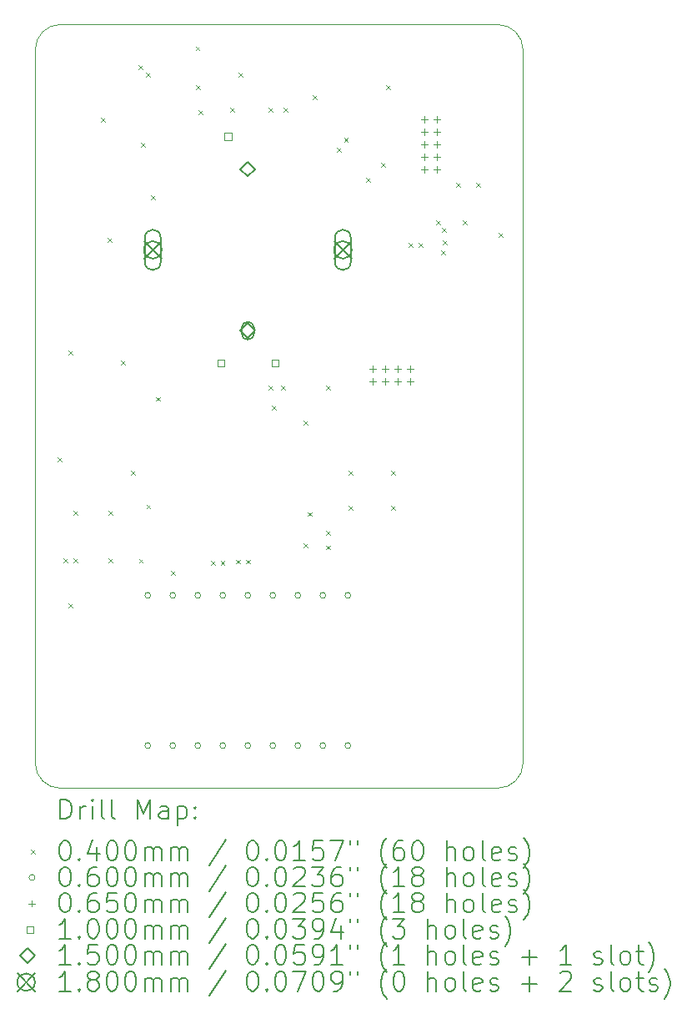
<source format=gbr>
%FSLAX45Y45*%
G04 Gerber Fmt 4.5, Leading zero omitted, Abs format (unit mm)*
G04 Created by KiCad (PCBNEW (6.0.2)) date 2022-04-01 16:02:18*
%MOMM*%
%LPD*%
G01*
G04 APERTURE LIST*
%TA.AperFunction,Profile*%
%ADD10C,0.050000*%
%TD*%
%ADD11C,0.200000*%
%ADD12C,0.040000*%
%ADD13C,0.060000*%
%ADD14C,0.065000*%
%ADD15C,0.100000*%
%ADD16C,0.150000*%
%ADD17C,0.180000*%
G04 APERTURE END LIST*
D10*
X5969000Y-11303000D02*
G75*
G03*
X6223000Y-11557000I254000J0D01*
G01*
X10668000Y-11557000D02*
G75*
G03*
X10922000Y-11303000I0J254000D01*
G01*
X5969000Y-11303000D02*
X5969000Y-4064000D01*
X10668000Y-11557000D02*
X6223000Y-11557000D01*
X10922000Y-4064000D02*
G75*
G03*
X10668000Y-3810000I-254000J0D01*
G01*
X10922000Y-4064000D02*
X10922000Y-11303000D01*
X6223000Y-3810000D02*
G75*
G03*
X5969000Y-4064000I0J-254000D01*
G01*
X6223000Y-3810000D02*
X10668000Y-3810000D01*
D11*
D12*
X6197569Y-8201400D02*
X6237569Y-8241400D01*
X6237569Y-8201400D02*
X6197569Y-8241400D01*
X6255450Y-9225600D02*
X6295450Y-9265600D01*
X6295450Y-9225600D02*
X6255450Y-9265600D01*
X6304170Y-9682370D02*
X6344170Y-9722370D01*
X6344170Y-9682370D02*
X6304170Y-9722370D01*
X6304600Y-7117400D02*
X6344600Y-7157400D01*
X6344600Y-7117400D02*
X6304600Y-7157400D01*
X6355400Y-8743000D02*
X6395400Y-8783000D01*
X6395400Y-8743000D02*
X6355400Y-8783000D01*
X6355400Y-9225600D02*
X6395400Y-9265600D01*
X6395400Y-9225600D02*
X6355400Y-9265600D01*
X6634800Y-4755200D02*
X6674800Y-4795200D01*
X6674800Y-4755200D02*
X6634800Y-4795200D01*
X6702250Y-5974400D02*
X6742250Y-6014400D01*
X6742250Y-5974400D02*
X6702250Y-6014400D01*
X6711000Y-8743000D02*
X6751000Y-8783000D01*
X6751000Y-8743000D02*
X6711000Y-8783000D01*
X6711000Y-9225600D02*
X6751000Y-9265600D01*
X6751000Y-9225600D02*
X6711000Y-9265600D01*
X6838000Y-7219000D02*
X6878000Y-7259000D01*
X6878000Y-7219000D02*
X6838000Y-7259000D01*
X6939600Y-8336600D02*
X6979600Y-8376600D01*
X6979600Y-8336600D02*
X6939600Y-8376600D01*
X7015800Y-4221800D02*
X7055800Y-4261800D01*
X7055800Y-4221800D02*
X7015800Y-4261800D01*
X7021684Y-9231484D02*
X7061684Y-9271484D01*
X7061684Y-9231484D02*
X7021684Y-9271484D01*
X7041200Y-5009200D02*
X7081200Y-5049200D01*
X7081200Y-5009200D02*
X7041200Y-5049200D01*
X7092000Y-4298000D02*
X7132000Y-4338000D01*
X7132000Y-4298000D02*
X7092000Y-4338000D01*
X7099001Y-8680801D02*
X7139001Y-8720801D01*
X7139001Y-8680801D02*
X7099001Y-8720801D01*
X7142800Y-5542600D02*
X7182800Y-5582600D01*
X7182800Y-5542600D02*
X7142800Y-5582600D01*
X7194439Y-7587300D02*
X7234439Y-7627300D01*
X7234439Y-7587300D02*
X7194439Y-7627300D01*
X7346000Y-9356350D02*
X7386000Y-9396350D01*
X7386000Y-9356350D02*
X7346000Y-9396350D01*
X7597000Y-4031380D02*
X7637000Y-4071380D01*
X7637000Y-4031380D02*
X7597000Y-4071380D01*
X7600000Y-4425000D02*
X7640000Y-4465000D01*
X7640000Y-4425000D02*
X7600000Y-4465000D01*
X7625400Y-4679000D02*
X7665400Y-4719000D01*
X7665400Y-4679000D02*
X7625400Y-4719000D01*
X7752400Y-9251000D02*
X7792400Y-9291000D01*
X7792400Y-9251000D02*
X7752400Y-9291000D01*
X7852350Y-9251000D02*
X7892350Y-9291000D01*
X7892350Y-9251000D02*
X7852350Y-9291000D01*
X7949014Y-4653600D02*
X7989014Y-4693600D01*
X7989014Y-4653600D02*
X7949014Y-4693600D01*
X8008050Y-9238948D02*
X8048050Y-9278948D01*
X8048050Y-9238948D02*
X8008050Y-9278948D01*
X8031800Y-4298000D02*
X8071800Y-4338000D01*
X8071800Y-4298000D02*
X8031800Y-4338000D01*
X8108000Y-9238948D02*
X8148000Y-9278948D01*
X8148000Y-9238948D02*
X8108000Y-9278948D01*
X8336600Y-4653600D02*
X8376600Y-4693600D01*
X8376600Y-4653600D02*
X8336600Y-4693600D01*
X8336600Y-7473000D02*
X8376600Y-7513000D01*
X8376600Y-7473000D02*
X8336600Y-7513000D01*
X8374270Y-7679950D02*
X8414270Y-7719950D01*
X8414270Y-7679950D02*
X8374270Y-7719950D01*
X8463600Y-7473000D02*
X8503600Y-7513000D01*
X8503600Y-7473000D02*
X8463600Y-7513000D01*
X8489000Y-4653600D02*
X8529000Y-4693600D01*
X8529000Y-4653600D02*
X8489000Y-4693600D01*
X8692200Y-7828600D02*
X8732200Y-7868600D01*
X8732200Y-7828600D02*
X8692200Y-7868600D01*
X8692200Y-9073200D02*
X8732200Y-9113200D01*
X8732200Y-9073200D02*
X8692200Y-9113200D01*
X8735999Y-8757001D02*
X8775999Y-8797001D01*
X8775999Y-8757001D02*
X8735999Y-8797001D01*
X8786838Y-4527441D02*
X8826838Y-4567441D01*
X8826838Y-4527441D02*
X8786838Y-4567441D01*
X8920800Y-8949950D02*
X8960800Y-8989950D01*
X8960800Y-8949950D02*
X8920800Y-8989950D01*
X8920800Y-9094850D02*
X8960800Y-9134850D01*
X8960800Y-9094850D02*
X8920800Y-9134850D01*
X8921302Y-7473502D02*
X8961302Y-7513502D01*
X8961302Y-7473502D02*
X8921302Y-7513502D01*
X9035425Y-5060000D02*
X9075425Y-5100000D01*
X9075425Y-5060000D02*
X9035425Y-5100000D01*
X9105375Y-4958400D02*
X9145375Y-4998400D01*
X9145375Y-4958400D02*
X9105375Y-4998400D01*
X9149400Y-8336600D02*
X9189400Y-8376600D01*
X9189400Y-8336600D02*
X9149400Y-8376600D01*
X9149400Y-8692200D02*
X9189400Y-8732200D01*
X9189400Y-8692200D02*
X9149400Y-8732200D01*
X9327200Y-5364800D02*
X9367200Y-5404800D01*
X9367200Y-5364800D02*
X9327200Y-5404800D01*
X9480030Y-5212830D02*
X9520030Y-5252830D01*
X9520030Y-5212830D02*
X9480030Y-5252830D01*
X9530400Y-4425000D02*
X9570400Y-4465000D01*
X9570400Y-4425000D02*
X9530400Y-4465000D01*
X9581200Y-8336600D02*
X9621200Y-8376600D01*
X9621200Y-8336600D02*
X9581200Y-8376600D01*
X9581200Y-8692200D02*
X9621200Y-8732200D01*
X9621200Y-8692200D02*
X9581200Y-8732200D01*
X9759000Y-6025200D02*
X9799000Y-6065200D01*
X9799000Y-6025200D02*
X9759000Y-6065200D01*
X9860600Y-6025200D02*
X9900600Y-6065200D01*
X9900600Y-6025200D02*
X9860600Y-6065200D01*
X10038400Y-5796600D02*
X10078400Y-5836600D01*
X10078400Y-5796600D02*
X10038400Y-5836600D01*
X10089200Y-6101400D02*
X10129200Y-6141400D01*
X10129200Y-6101400D02*
X10089200Y-6141400D01*
X10101879Y-5873804D02*
X10141879Y-5913804D01*
X10141879Y-5873804D02*
X10101879Y-5913804D01*
X10106794Y-5998856D02*
X10146794Y-6038856D01*
X10146794Y-5998856D02*
X10106794Y-6038856D01*
X10241170Y-5416030D02*
X10281170Y-5456030D01*
X10281170Y-5416030D02*
X10241170Y-5456030D01*
X10311846Y-5796600D02*
X10351846Y-5836600D01*
X10351846Y-5796600D02*
X10311846Y-5836600D01*
X10445230Y-5415170D02*
X10485230Y-5455170D01*
X10485230Y-5415170D02*
X10445230Y-5455170D01*
X10673400Y-5923600D02*
X10713400Y-5963600D01*
X10713400Y-5923600D02*
X10673400Y-5963600D01*
D13*
X7142000Y-9601200D02*
G75*
G03*
X7142000Y-9601200I-30000J0D01*
G01*
X7142000Y-11125200D02*
G75*
G03*
X7142000Y-11125200I-30000J0D01*
G01*
X7396000Y-9601200D02*
G75*
G03*
X7396000Y-9601200I-30000J0D01*
G01*
X7396000Y-11125200D02*
G75*
G03*
X7396000Y-11125200I-30000J0D01*
G01*
X7650000Y-9601200D02*
G75*
G03*
X7650000Y-9601200I-30000J0D01*
G01*
X7650000Y-11125200D02*
G75*
G03*
X7650000Y-11125200I-30000J0D01*
G01*
X7904000Y-9601200D02*
G75*
G03*
X7904000Y-9601200I-30000J0D01*
G01*
X7904000Y-11125200D02*
G75*
G03*
X7904000Y-11125200I-30000J0D01*
G01*
X8158000Y-9601200D02*
G75*
G03*
X8158000Y-9601200I-30000J0D01*
G01*
X8158000Y-11125200D02*
G75*
G03*
X8158000Y-11125200I-30000J0D01*
G01*
X8412000Y-9601200D02*
G75*
G03*
X8412000Y-9601200I-30000J0D01*
G01*
X8412000Y-11125200D02*
G75*
G03*
X8412000Y-11125200I-30000J0D01*
G01*
X8666000Y-9601200D02*
G75*
G03*
X8666000Y-9601200I-30000J0D01*
G01*
X8666000Y-11125200D02*
G75*
G03*
X8666000Y-11125200I-30000J0D01*
G01*
X8920000Y-9601200D02*
G75*
G03*
X8920000Y-9601200I-30000J0D01*
G01*
X8920000Y-11125200D02*
G75*
G03*
X8920000Y-11125200I-30000J0D01*
G01*
X9174000Y-9601200D02*
G75*
G03*
X9174000Y-9601200I-30000J0D01*
G01*
X9174000Y-11125200D02*
G75*
G03*
X9174000Y-11125200I-30000J0D01*
G01*
D14*
X9398000Y-7269000D02*
X9398000Y-7334000D01*
X9365500Y-7301500D02*
X9430500Y-7301500D01*
X9398000Y-7396000D02*
X9398000Y-7461000D01*
X9365500Y-7428500D02*
X9430500Y-7428500D01*
X9525000Y-7269000D02*
X9525000Y-7334000D01*
X9492500Y-7301500D02*
X9557500Y-7301500D01*
X9525000Y-7396000D02*
X9525000Y-7461000D01*
X9492500Y-7428500D02*
X9557500Y-7428500D01*
X9652000Y-7269000D02*
X9652000Y-7334000D01*
X9619500Y-7301500D02*
X9684500Y-7301500D01*
X9652000Y-7396000D02*
X9652000Y-7461000D01*
X9619500Y-7428500D02*
X9684500Y-7428500D01*
X9779000Y-7269000D02*
X9779000Y-7334000D01*
X9746500Y-7301500D02*
X9811500Y-7301500D01*
X9779000Y-7396000D02*
X9779000Y-7461000D01*
X9746500Y-7428500D02*
X9811500Y-7428500D01*
X9919700Y-4741700D02*
X9919700Y-4806700D01*
X9887200Y-4774200D02*
X9952200Y-4774200D01*
X9919700Y-4868700D02*
X9919700Y-4933700D01*
X9887200Y-4901200D02*
X9952200Y-4901200D01*
X9919700Y-4995700D02*
X9919700Y-5060700D01*
X9887200Y-5028200D02*
X9952200Y-5028200D01*
X9919700Y-5122700D02*
X9919700Y-5187700D01*
X9887200Y-5155200D02*
X9952200Y-5155200D01*
X9919700Y-5249700D02*
X9919700Y-5314700D01*
X9887200Y-5282200D02*
X9952200Y-5282200D01*
X10046700Y-4741700D02*
X10046700Y-4806700D01*
X10014200Y-4774200D02*
X10079200Y-4774200D01*
X10046700Y-4868700D02*
X10046700Y-4933700D01*
X10014200Y-4901200D02*
X10079200Y-4901200D01*
X10046700Y-4995700D02*
X10046700Y-5060700D01*
X10014200Y-5028200D02*
X10079200Y-5028200D01*
X10046700Y-5122700D02*
X10046700Y-5187700D01*
X10014200Y-5155200D02*
X10079200Y-5155200D01*
X10046700Y-5249700D02*
X10046700Y-5314700D01*
X10014200Y-5282200D02*
X10079200Y-5282200D01*
D15*
X7888356Y-7281356D02*
X7888356Y-7210644D01*
X7817644Y-7210644D01*
X7817644Y-7281356D01*
X7888356Y-7281356D01*
X7963356Y-4981356D02*
X7963356Y-4910644D01*
X7892644Y-4910644D01*
X7892644Y-4981356D01*
X7963356Y-4981356D01*
X8438356Y-7281356D02*
X8438356Y-7210644D01*
X8367644Y-7210644D01*
X8367644Y-7281356D01*
X8438356Y-7281356D01*
D16*
X8128000Y-5351000D02*
X8203000Y-5276000D01*
X8128000Y-5201000D01*
X8053000Y-5276000D01*
X8128000Y-5351000D01*
X8128000Y-6991000D02*
X8203000Y-6916000D01*
X8128000Y-6841000D01*
X8053000Y-6916000D01*
X8128000Y-6991000D01*
D11*
X8063000Y-6891000D02*
X8063000Y-6941000D01*
X8193000Y-6891000D02*
X8193000Y-6941000D01*
X8063000Y-6941000D02*
G75*
G03*
X8193000Y-6941000I65000J0D01*
G01*
X8193000Y-6891000D02*
G75*
G03*
X8063000Y-6891000I-65000J0D01*
G01*
D17*
X7073000Y-6006000D02*
X7253000Y-6186000D01*
X7253000Y-6006000D02*
X7073000Y-6186000D01*
X7253000Y-6096000D02*
G75*
G03*
X7253000Y-6096000I-90000J0D01*
G01*
D11*
X7083000Y-5971000D02*
X7083000Y-6221000D01*
X7243000Y-5971000D02*
X7243000Y-6221000D01*
X7083000Y-6221000D02*
G75*
G03*
X7243000Y-6221000I80000J0D01*
G01*
X7243000Y-5971000D02*
G75*
G03*
X7083000Y-5971000I-80000J0D01*
G01*
D17*
X9003000Y-6006000D02*
X9183000Y-6186000D01*
X9183000Y-6006000D02*
X9003000Y-6186000D01*
X9183000Y-6096000D02*
G75*
G03*
X9183000Y-6096000I-90000J0D01*
G01*
D11*
X9013000Y-5971000D02*
X9013000Y-6221000D01*
X9173000Y-5971000D02*
X9173000Y-6221000D01*
X9013000Y-6221000D02*
G75*
G03*
X9173000Y-6221000I80000J0D01*
G01*
X9173000Y-5971000D02*
G75*
G03*
X9013000Y-5971000I-80000J0D01*
G01*
X6224119Y-11869976D02*
X6224119Y-11669976D01*
X6271738Y-11669976D01*
X6300309Y-11679500D01*
X6319357Y-11698548D01*
X6328881Y-11717595D01*
X6338405Y-11755690D01*
X6338405Y-11784262D01*
X6328881Y-11822357D01*
X6319357Y-11841405D01*
X6300309Y-11860452D01*
X6271738Y-11869976D01*
X6224119Y-11869976D01*
X6424119Y-11869976D02*
X6424119Y-11736643D01*
X6424119Y-11774738D02*
X6433643Y-11755690D01*
X6443167Y-11746167D01*
X6462214Y-11736643D01*
X6481262Y-11736643D01*
X6547928Y-11869976D02*
X6547928Y-11736643D01*
X6547928Y-11669976D02*
X6538405Y-11679500D01*
X6547928Y-11689024D01*
X6557452Y-11679500D01*
X6547928Y-11669976D01*
X6547928Y-11689024D01*
X6671738Y-11869976D02*
X6652690Y-11860452D01*
X6643167Y-11841405D01*
X6643167Y-11669976D01*
X6776500Y-11869976D02*
X6757452Y-11860452D01*
X6747928Y-11841405D01*
X6747928Y-11669976D01*
X7005071Y-11869976D02*
X7005071Y-11669976D01*
X7071738Y-11812833D01*
X7138405Y-11669976D01*
X7138405Y-11869976D01*
X7319357Y-11869976D02*
X7319357Y-11765214D01*
X7309833Y-11746167D01*
X7290786Y-11736643D01*
X7252690Y-11736643D01*
X7233643Y-11746167D01*
X7319357Y-11860452D02*
X7300309Y-11869976D01*
X7252690Y-11869976D01*
X7233643Y-11860452D01*
X7224119Y-11841405D01*
X7224119Y-11822357D01*
X7233643Y-11803309D01*
X7252690Y-11793786D01*
X7300309Y-11793786D01*
X7319357Y-11784262D01*
X7414595Y-11736643D02*
X7414595Y-11936643D01*
X7414595Y-11746167D02*
X7433643Y-11736643D01*
X7471738Y-11736643D01*
X7490786Y-11746167D01*
X7500309Y-11755690D01*
X7509833Y-11774738D01*
X7509833Y-11831881D01*
X7500309Y-11850928D01*
X7490786Y-11860452D01*
X7471738Y-11869976D01*
X7433643Y-11869976D01*
X7414595Y-11860452D01*
X7595548Y-11850928D02*
X7605071Y-11860452D01*
X7595548Y-11869976D01*
X7586024Y-11860452D01*
X7595548Y-11850928D01*
X7595548Y-11869976D01*
X7595548Y-11746167D02*
X7605071Y-11755690D01*
X7595548Y-11765214D01*
X7586024Y-11755690D01*
X7595548Y-11746167D01*
X7595548Y-11765214D01*
D12*
X5926500Y-12179500D02*
X5966500Y-12219500D01*
X5966500Y-12179500D02*
X5926500Y-12219500D01*
D11*
X6262214Y-12089976D02*
X6281262Y-12089976D01*
X6300309Y-12099500D01*
X6309833Y-12109024D01*
X6319357Y-12128071D01*
X6328881Y-12166167D01*
X6328881Y-12213786D01*
X6319357Y-12251881D01*
X6309833Y-12270928D01*
X6300309Y-12280452D01*
X6281262Y-12289976D01*
X6262214Y-12289976D01*
X6243167Y-12280452D01*
X6233643Y-12270928D01*
X6224119Y-12251881D01*
X6214595Y-12213786D01*
X6214595Y-12166167D01*
X6224119Y-12128071D01*
X6233643Y-12109024D01*
X6243167Y-12099500D01*
X6262214Y-12089976D01*
X6414595Y-12270928D02*
X6424119Y-12280452D01*
X6414595Y-12289976D01*
X6405071Y-12280452D01*
X6414595Y-12270928D01*
X6414595Y-12289976D01*
X6595548Y-12156643D02*
X6595548Y-12289976D01*
X6547928Y-12080452D02*
X6500309Y-12223309D01*
X6624119Y-12223309D01*
X6738405Y-12089976D02*
X6757452Y-12089976D01*
X6776500Y-12099500D01*
X6786024Y-12109024D01*
X6795548Y-12128071D01*
X6805071Y-12166167D01*
X6805071Y-12213786D01*
X6795548Y-12251881D01*
X6786024Y-12270928D01*
X6776500Y-12280452D01*
X6757452Y-12289976D01*
X6738405Y-12289976D01*
X6719357Y-12280452D01*
X6709833Y-12270928D01*
X6700309Y-12251881D01*
X6690786Y-12213786D01*
X6690786Y-12166167D01*
X6700309Y-12128071D01*
X6709833Y-12109024D01*
X6719357Y-12099500D01*
X6738405Y-12089976D01*
X6928881Y-12089976D02*
X6947928Y-12089976D01*
X6966976Y-12099500D01*
X6976500Y-12109024D01*
X6986024Y-12128071D01*
X6995548Y-12166167D01*
X6995548Y-12213786D01*
X6986024Y-12251881D01*
X6976500Y-12270928D01*
X6966976Y-12280452D01*
X6947928Y-12289976D01*
X6928881Y-12289976D01*
X6909833Y-12280452D01*
X6900309Y-12270928D01*
X6890786Y-12251881D01*
X6881262Y-12213786D01*
X6881262Y-12166167D01*
X6890786Y-12128071D01*
X6900309Y-12109024D01*
X6909833Y-12099500D01*
X6928881Y-12089976D01*
X7081262Y-12289976D02*
X7081262Y-12156643D01*
X7081262Y-12175690D02*
X7090786Y-12166167D01*
X7109833Y-12156643D01*
X7138405Y-12156643D01*
X7157452Y-12166167D01*
X7166976Y-12185214D01*
X7166976Y-12289976D01*
X7166976Y-12185214D02*
X7176500Y-12166167D01*
X7195548Y-12156643D01*
X7224119Y-12156643D01*
X7243167Y-12166167D01*
X7252690Y-12185214D01*
X7252690Y-12289976D01*
X7347928Y-12289976D02*
X7347928Y-12156643D01*
X7347928Y-12175690D02*
X7357452Y-12166167D01*
X7376500Y-12156643D01*
X7405071Y-12156643D01*
X7424119Y-12166167D01*
X7433643Y-12185214D01*
X7433643Y-12289976D01*
X7433643Y-12185214D02*
X7443167Y-12166167D01*
X7462214Y-12156643D01*
X7490786Y-12156643D01*
X7509833Y-12166167D01*
X7519357Y-12185214D01*
X7519357Y-12289976D01*
X7909833Y-12080452D02*
X7738405Y-12337595D01*
X8166976Y-12089976D02*
X8186024Y-12089976D01*
X8205071Y-12099500D01*
X8214595Y-12109024D01*
X8224119Y-12128071D01*
X8233643Y-12166167D01*
X8233643Y-12213786D01*
X8224119Y-12251881D01*
X8214595Y-12270928D01*
X8205071Y-12280452D01*
X8186024Y-12289976D01*
X8166976Y-12289976D01*
X8147928Y-12280452D01*
X8138405Y-12270928D01*
X8128881Y-12251881D01*
X8119357Y-12213786D01*
X8119357Y-12166167D01*
X8128881Y-12128071D01*
X8138405Y-12109024D01*
X8147928Y-12099500D01*
X8166976Y-12089976D01*
X8319357Y-12270928D02*
X8328881Y-12280452D01*
X8319357Y-12289976D01*
X8309833Y-12280452D01*
X8319357Y-12270928D01*
X8319357Y-12289976D01*
X8452690Y-12089976D02*
X8471738Y-12089976D01*
X8490786Y-12099500D01*
X8500310Y-12109024D01*
X8509833Y-12128071D01*
X8519357Y-12166167D01*
X8519357Y-12213786D01*
X8509833Y-12251881D01*
X8500310Y-12270928D01*
X8490786Y-12280452D01*
X8471738Y-12289976D01*
X8452690Y-12289976D01*
X8433643Y-12280452D01*
X8424119Y-12270928D01*
X8414595Y-12251881D01*
X8405071Y-12213786D01*
X8405071Y-12166167D01*
X8414595Y-12128071D01*
X8424119Y-12109024D01*
X8433643Y-12099500D01*
X8452690Y-12089976D01*
X8709833Y-12289976D02*
X8595548Y-12289976D01*
X8652690Y-12289976D02*
X8652690Y-12089976D01*
X8633643Y-12118548D01*
X8614595Y-12137595D01*
X8595548Y-12147119D01*
X8890786Y-12089976D02*
X8795548Y-12089976D01*
X8786024Y-12185214D01*
X8795548Y-12175690D01*
X8814595Y-12166167D01*
X8862214Y-12166167D01*
X8881262Y-12175690D01*
X8890786Y-12185214D01*
X8900310Y-12204262D01*
X8900310Y-12251881D01*
X8890786Y-12270928D01*
X8881262Y-12280452D01*
X8862214Y-12289976D01*
X8814595Y-12289976D01*
X8795548Y-12280452D01*
X8786024Y-12270928D01*
X8966976Y-12089976D02*
X9100310Y-12089976D01*
X9014595Y-12289976D01*
X9166976Y-12089976D02*
X9166976Y-12128071D01*
X9243167Y-12089976D02*
X9243167Y-12128071D01*
X9538405Y-12366167D02*
X9528881Y-12356643D01*
X9509833Y-12328071D01*
X9500310Y-12309024D01*
X9490786Y-12280452D01*
X9481262Y-12232833D01*
X9481262Y-12194738D01*
X9490786Y-12147119D01*
X9500310Y-12118548D01*
X9509833Y-12099500D01*
X9528881Y-12070928D01*
X9538405Y-12061405D01*
X9700310Y-12089976D02*
X9662214Y-12089976D01*
X9643167Y-12099500D01*
X9633643Y-12109024D01*
X9614595Y-12137595D01*
X9605071Y-12175690D01*
X9605071Y-12251881D01*
X9614595Y-12270928D01*
X9624119Y-12280452D01*
X9643167Y-12289976D01*
X9681262Y-12289976D01*
X9700310Y-12280452D01*
X9709833Y-12270928D01*
X9719357Y-12251881D01*
X9719357Y-12204262D01*
X9709833Y-12185214D01*
X9700310Y-12175690D01*
X9681262Y-12166167D01*
X9643167Y-12166167D01*
X9624119Y-12175690D01*
X9614595Y-12185214D01*
X9605071Y-12204262D01*
X9843167Y-12089976D02*
X9862214Y-12089976D01*
X9881262Y-12099500D01*
X9890786Y-12109024D01*
X9900310Y-12128071D01*
X9909833Y-12166167D01*
X9909833Y-12213786D01*
X9900310Y-12251881D01*
X9890786Y-12270928D01*
X9881262Y-12280452D01*
X9862214Y-12289976D01*
X9843167Y-12289976D01*
X9824119Y-12280452D01*
X9814595Y-12270928D01*
X9805071Y-12251881D01*
X9795548Y-12213786D01*
X9795548Y-12166167D01*
X9805071Y-12128071D01*
X9814595Y-12109024D01*
X9824119Y-12099500D01*
X9843167Y-12089976D01*
X10147929Y-12289976D02*
X10147929Y-12089976D01*
X10233643Y-12289976D02*
X10233643Y-12185214D01*
X10224119Y-12166167D01*
X10205071Y-12156643D01*
X10176500Y-12156643D01*
X10157452Y-12166167D01*
X10147929Y-12175690D01*
X10357452Y-12289976D02*
X10338405Y-12280452D01*
X10328881Y-12270928D01*
X10319357Y-12251881D01*
X10319357Y-12194738D01*
X10328881Y-12175690D01*
X10338405Y-12166167D01*
X10357452Y-12156643D01*
X10386024Y-12156643D01*
X10405071Y-12166167D01*
X10414595Y-12175690D01*
X10424119Y-12194738D01*
X10424119Y-12251881D01*
X10414595Y-12270928D01*
X10405071Y-12280452D01*
X10386024Y-12289976D01*
X10357452Y-12289976D01*
X10538405Y-12289976D02*
X10519357Y-12280452D01*
X10509833Y-12261405D01*
X10509833Y-12089976D01*
X10690786Y-12280452D02*
X10671738Y-12289976D01*
X10633643Y-12289976D01*
X10614595Y-12280452D01*
X10605071Y-12261405D01*
X10605071Y-12185214D01*
X10614595Y-12166167D01*
X10633643Y-12156643D01*
X10671738Y-12156643D01*
X10690786Y-12166167D01*
X10700310Y-12185214D01*
X10700310Y-12204262D01*
X10605071Y-12223309D01*
X10776500Y-12280452D02*
X10795548Y-12289976D01*
X10833643Y-12289976D01*
X10852690Y-12280452D01*
X10862214Y-12261405D01*
X10862214Y-12251881D01*
X10852690Y-12232833D01*
X10833643Y-12223309D01*
X10805071Y-12223309D01*
X10786024Y-12213786D01*
X10776500Y-12194738D01*
X10776500Y-12185214D01*
X10786024Y-12166167D01*
X10805071Y-12156643D01*
X10833643Y-12156643D01*
X10852690Y-12166167D01*
X10928881Y-12366167D02*
X10938405Y-12356643D01*
X10957452Y-12328071D01*
X10966976Y-12309024D01*
X10976500Y-12280452D01*
X10986024Y-12232833D01*
X10986024Y-12194738D01*
X10976500Y-12147119D01*
X10966976Y-12118548D01*
X10957452Y-12099500D01*
X10938405Y-12070928D01*
X10928881Y-12061405D01*
D13*
X5966500Y-12463500D02*
G75*
G03*
X5966500Y-12463500I-30000J0D01*
G01*
D11*
X6262214Y-12353976D02*
X6281262Y-12353976D01*
X6300309Y-12363500D01*
X6309833Y-12373024D01*
X6319357Y-12392071D01*
X6328881Y-12430167D01*
X6328881Y-12477786D01*
X6319357Y-12515881D01*
X6309833Y-12534928D01*
X6300309Y-12544452D01*
X6281262Y-12553976D01*
X6262214Y-12553976D01*
X6243167Y-12544452D01*
X6233643Y-12534928D01*
X6224119Y-12515881D01*
X6214595Y-12477786D01*
X6214595Y-12430167D01*
X6224119Y-12392071D01*
X6233643Y-12373024D01*
X6243167Y-12363500D01*
X6262214Y-12353976D01*
X6414595Y-12534928D02*
X6424119Y-12544452D01*
X6414595Y-12553976D01*
X6405071Y-12544452D01*
X6414595Y-12534928D01*
X6414595Y-12553976D01*
X6595548Y-12353976D02*
X6557452Y-12353976D01*
X6538405Y-12363500D01*
X6528881Y-12373024D01*
X6509833Y-12401595D01*
X6500309Y-12439690D01*
X6500309Y-12515881D01*
X6509833Y-12534928D01*
X6519357Y-12544452D01*
X6538405Y-12553976D01*
X6576500Y-12553976D01*
X6595548Y-12544452D01*
X6605071Y-12534928D01*
X6614595Y-12515881D01*
X6614595Y-12468262D01*
X6605071Y-12449214D01*
X6595548Y-12439690D01*
X6576500Y-12430167D01*
X6538405Y-12430167D01*
X6519357Y-12439690D01*
X6509833Y-12449214D01*
X6500309Y-12468262D01*
X6738405Y-12353976D02*
X6757452Y-12353976D01*
X6776500Y-12363500D01*
X6786024Y-12373024D01*
X6795548Y-12392071D01*
X6805071Y-12430167D01*
X6805071Y-12477786D01*
X6795548Y-12515881D01*
X6786024Y-12534928D01*
X6776500Y-12544452D01*
X6757452Y-12553976D01*
X6738405Y-12553976D01*
X6719357Y-12544452D01*
X6709833Y-12534928D01*
X6700309Y-12515881D01*
X6690786Y-12477786D01*
X6690786Y-12430167D01*
X6700309Y-12392071D01*
X6709833Y-12373024D01*
X6719357Y-12363500D01*
X6738405Y-12353976D01*
X6928881Y-12353976D02*
X6947928Y-12353976D01*
X6966976Y-12363500D01*
X6976500Y-12373024D01*
X6986024Y-12392071D01*
X6995548Y-12430167D01*
X6995548Y-12477786D01*
X6986024Y-12515881D01*
X6976500Y-12534928D01*
X6966976Y-12544452D01*
X6947928Y-12553976D01*
X6928881Y-12553976D01*
X6909833Y-12544452D01*
X6900309Y-12534928D01*
X6890786Y-12515881D01*
X6881262Y-12477786D01*
X6881262Y-12430167D01*
X6890786Y-12392071D01*
X6900309Y-12373024D01*
X6909833Y-12363500D01*
X6928881Y-12353976D01*
X7081262Y-12553976D02*
X7081262Y-12420643D01*
X7081262Y-12439690D02*
X7090786Y-12430167D01*
X7109833Y-12420643D01*
X7138405Y-12420643D01*
X7157452Y-12430167D01*
X7166976Y-12449214D01*
X7166976Y-12553976D01*
X7166976Y-12449214D02*
X7176500Y-12430167D01*
X7195548Y-12420643D01*
X7224119Y-12420643D01*
X7243167Y-12430167D01*
X7252690Y-12449214D01*
X7252690Y-12553976D01*
X7347928Y-12553976D02*
X7347928Y-12420643D01*
X7347928Y-12439690D02*
X7357452Y-12430167D01*
X7376500Y-12420643D01*
X7405071Y-12420643D01*
X7424119Y-12430167D01*
X7433643Y-12449214D01*
X7433643Y-12553976D01*
X7433643Y-12449214D02*
X7443167Y-12430167D01*
X7462214Y-12420643D01*
X7490786Y-12420643D01*
X7509833Y-12430167D01*
X7519357Y-12449214D01*
X7519357Y-12553976D01*
X7909833Y-12344452D02*
X7738405Y-12601595D01*
X8166976Y-12353976D02*
X8186024Y-12353976D01*
X8205071Y-12363500D01*
X8214595Y-12373024D01*
X8224119Y-12392071D01*
X8233643Y-12430167D01*
X8233643Y-12477786D01*
X8224119Y-12515881D01*
X8214595Y-12534928D01*
X8205071Y-12544452D01*
X8186024Y-12553976D01*
X8166976Y-12553976D01*
X8147928Y-12544452D01*
X8138405Y-12534928D01*
X8128881Y-12515881D01*
X8119357Y-12477786D01*
X8119357Y-12430167D01*
X8128881Y-12392071D01*
X8138405Y-12373024D01*
X8147928Y-12363500D01*
X8166976Y-12353976D01*
X8319357Y-12534928D02*
X8328881Y-12544452D01*
X8319357Y-12553976D01*
X8309833Y-12544452D01*
X8319357Y-12534928D01*
X8319357Y-12553976D01*
X8452690Y-12353976D02*
X8471738Y-12353976D01*
X8490786Y-12363500D01*
X8500310Y-12373024D01*
X8509833Y-12392071D01*
X8519357Y-12430167D01*
X8519357Y-12477786D01*
X8509833Y-12515881D01*
X8500310Y-12534928D01*
X8490786Y-12544452D01*
X8471738Y-12553976D01*
X8452690Y-12553976D01*
X8433643Y-12544452D01*
X8424119Y-12534928D01*
X8414595Y-12515881D01*
X8405071Y-12477786D01*
X8405071Y-12430167D01*
X8414595Y-12392071D01*
X8424119Y-12373024D01*
X8433643Y-12363500D01*
X8452690Y-12353976D01*
X8595548Y-12373024D02*
X8605071Y-12363500D01*
X8624119Y-12353976D01*
X8671738Y-12353976D01*
X8690786Y-12363500D01*
X8700310Y-12373024D01*
X8709833Y-12392071D01*
X8709833Y-12411119D01*
X8700310Y-12439690D01*
X8586024Y-12553976D01*
X8709833Y-12553976D01*
X8776500Y-12353976D02*
X8900310Y-12353976D01*
X8833643Y-12430167D01*
X8862214Y-12430167D01*
X8881262Y-12439690D01*
X8890786Y-12449214D01*
X8900310Y-12468262D01*
X8900310Y-12515881D01*
X8890786Y-12534928D01*
X8881262Y-12544452D01*
X8862214Y-12553976D01*
X8805071Y-12553976D01*
X8786024Y-12544452D01*
X8776500Y-12534928D01*
X9071738Y-12353976D02*
X9033643Y-12353976D01*
X9014595Y-12363500D01*
X9005071Y-12373024D01*
X8986024Y-12401595D01*
X8976500Y-12439690D01*
X8976500Y-12515881D01*
X8986024Y-12534928D01*
X8995548Y-12544452D01*
X9014595Y-12553976D01*
X9052690Y-12553976D01*
X9071738Y-12544452D01*
X9081262Y-12534928D01*
X9090786Y-12515881D01*
X9090786Y-12468262D01*
X9081262Y-12449214D01*
X9071738Y-12439690D01*
X9052690Y-12430167D01*
X9014595Y-12430167D01*
X8995548Y-12439690D01*
X8986024Y-12449214D01*
X8976500Y-12468262D01*
X9166976Y-12353976D02*
X9166976Y-12392071D01*
X9243167Y-12353976D02*
X9243167Y-12392071D01*
X9538405Y-12630167D02*
X9528881Y-12620643D01*
X9509833Y-12592071D01*
X9500310Y-12573024D01*
X9490786Y-12544452D01*
X9481262Y-12496833D01*
X9481262Y-12458738D01*
X9490786Y-12411119D01*
X9500310Y-12382548D01*
X9509833Y-12363500D01*
X9528881Y-12334928D01*
X9538405Y-12325405D01*
X9719357Y-12553976D02*
X9605071Y-12553976D01*
X9662214Y-12553976D02*
X9662214Y-12353976D01*
X9643167Y-12382548D01*
X9624119Y-12401595D01*
X9605071Y-12411119D01*
X9833643Y-12439690D02*
X9814595Y-12430167D01*
X9805071Y-12420643D01*
X9795548Y-12401595D01*
X9795548Y-12392071D01*
X9805071Y-12373024D01*
X9814595Y-12363500D01*
X9833643Y-12353976D01*
X9871738Y-12353976D01*
X9890786Y-12363500D01*
X9900310Y-12373024D01*
X9909833Y-12392071D01*
X9909833Y-12401595D01*
X9900310Y-12420643D01*
X9890786Y-12430167D01*
X9871738Y-12439690D01*
X9833643Y-12439690D01*
X9814595Y-12449214D01*
X9805071Y-12458738D01*
X9795548Y-12477786D01*
X9795548Y-12515881D01*
X9805071Y-12534928D01*
X9814595Y-12544452D01*
X9833643Y-12553976D01*
X9871738Y-12553976D01*
X9890786Y-12544452D01*
X9900310Y-12534928D01*
X9909833Y-12515881D01*
X9909833Y-12477786D01*
X9900310Y-12458738D01*
X9890786Y-12449214D01*
X9871738Y-12439690D01*
X10147929Y-12553976D02*
X10147929Y-12353976D01*
X10233643Y-12553976D02*
X10233643Y-12449214D01*
X10224119Y-12430167D01*
X10205071Y-12420643D01*
X10176500Y-12420643D01*
X10157452Y-12430167D01*
X10147929Y-12439690D01*
X10357452Y-12553976D02*
X10338405Y-12544452D01*
X10328881Y-12534928D01*
X10319357Y-12515881D01*
X10319357Y-12458738D01*
X10328881Y-12439690D01*
X10338405Y-12430167D01*
X10357452Y-12420643D01*
X10386024Y-12420643D01*
X10405071Y-12430167D01*
X10414595Y-12439690D01*
X10424119Y-12458738D01*
X10424119Y-12515881D01*
X10414595Y-12534928D01*
X10405071Y-12544452D01*
X10386024Y-12553976D01*
X10357452Y-12553976D01*
X10538405Y-12553976D02*
X10519357Y-12544452D01*
X10509833Y-12525405D01*
X10509833Y-12353976D01*
X10690786Y-12544452D02*
X10671738Y-12553976D01*
X10633643Y-12553976D01*
X10614595Y-12544452D01*
X10605071Y-12525405D01*
X10605071Y-12449214D01*
X10614595Y-12430167D01*
X10633643Y-12420643D01*
X10671738Y-12420643D01*
X10690786Y-12430167D01*
X10700310Y-12449214D01*
X10700310Y-12468262D01*
X10605071Y-12487309D01*
X10776500Y-12544452D02*
X10795548Y-12553976D01*
X10833643Y-12553976D01*
X10852690Y-12544452D01*
X10862214Y-12525405D01*
X10862214Y-12515881D01*
X10852690Y-12496833D01*
X10833643Y-12487309D01*
X10805071Y-12487309D01*
X10786024Y-12477786D01*
X10776500Y-12458738D01*
X10776500Y-12449214D01*
X10786024Y-12430167D01*
X10805071Y-12420643D01*
X10833643Y-12420643D01*
X10852690Y-12430167D01*
X10928881Y-12630167D02*
X10938405Y-12620643D01*
X10957452Y-12592071D01*
X10966976Y-12573024D01*
X10976500Y-12544452D01*
X10986024Y-12496833D01*
X10986024Y-12458738D01*
X10976500Y-12411119D01*
X10966976Y-12382548D01*
X10957452Y-12363500D01*
X10938405Y-12334928D01*
X10928881Y-12325405D01*
D14*
X5934000Y-12695000D02*
X5934000Y-12760000D01*
X5901500Y-12727500D02*
X5966500Y-12727500D01*
D11*
X6262214Y-12617976D02*
X6281262Y-12617976D01*
X6300309Y-12627500D01*
X6309833Y-12637024D01*
X6319357Y-12656071D01*
X6328881Y-12694167D01*
X6328881Y-12741786D01*
X6319357Y-12779881D01*
X6309833Y-12798928D01*
X6300309Y-12808452D01*
X6281262Y-12817976D01*
X6262214Y-12817976D01*
X6243167Y-12808452D01*
X6233643Y-12798928D01*
X6224119Y-12779881D01*
X6214595Y-12741786D01*
X6214595Y-12694167D01*
X6224119Y-12656071D01*
X6233643Y-12637024D01*
X6243167Y-12627500D01*
X6262214Y-12617976D01*
X6414595Y-12798928D02*
X6424119Y-12808452D01*
X6414595Y-12817976D01*
X6405071Y-12808452D01*
X6414595Y-12798928D01*
X6414595Y-12817976D01*
X6595548Y-12617976D02*
X6557452Y-12617976D01*
X6538405Y-12627500D01*
X6528881Y-12637024D01*
X6509833Y-12665595D01*
X6500309Y-12703690D01*
X6500309Y-12779881D01*
X6509833Y-12798928D01*
X6519357Y-12808452D01*
X6538405Y-12817976D01*
X6576500Y-12817976D01*
X6595548Y-12808452D01*
X6605071Y-12798928D01*
X6614595Y-12779881D01*
X6614595Y-12732262D01*
X6605071Y-12713214D01*
X6595548Y-12703690D01*
X6576500Y-12694167D01*
X6538405Y-12694167D01*
X6519357Y-12703690D01*
X6509833Y-12713214D01*
X6500309Y-12732262D01*
X6795548Y-12617976D02*
X6700309Y-12617976D01*
X6690786Y-12713214D01*
X6700309Y-12703690D01*
X6719357Y-12694167D01*
X6766976Y-12694167D01*
X6786024Y-12703690D01*
X6795548Y-12713214D01*
X6805071Y-12732262D01*
X6805071Y-12779881D01*
X6795548Y-12798928D01*
X6786024Y-12808452D01*
X6766976Y-12817976D01*
X6719357Y-12817976D01*
X6700309Y-12808452D01*
X6690786Y-12798928D01*
X6928881Y-12617976D02*
X6947928Y-12617976D01*
X6966976Y-12627500D01*
X6976500Y-12637024D01*
X6986024Y-12656071D01*
X6995548Y-12694167D01*
X6995548Y-12741786D01*
X6986024Y-12779881D01*
X6976500Y-12798928D01*
X6966976Y-12808452D01*
X6947928Y-12817976D01*
X6928881Y-12817976D01*
X6909833Y-12808452D01*
X6900309Y-12798928D01*
X6890786Y-12779881D01*
X6881262Y-12741786D01*
X6881262Y-12694167D01*
X6890786Y-12656071D01*
X6900309Y-12637024D01*
X6909833Y-12627500D01*
X6928881Y-12617976D01*
X7081262Y-12817976D02*
X7081262Y-12684643D01*
X7081262Y-12703690D02*
X7090786Y-12694167D01*
X7109833Y-12684643D01*
X7138405Y-12684643D01*
X7157452Y-12694167D01*
X7166976Y-12713214D01*
X7166976Y-12817976D01*
X7166976Y-12713214D02*
X7176500Y-12694167D01*
X7195548Y-12684643D01*
X7224119Y-12684643D01*
X7243167Y-12694167D01*
X7252690Y-12713214D01*
X7252690Y-12817976D01*
X7347928Y-12817976D02*
X7347928Y-12684643D01*
X7347928Y-12703690D02*
X7357452Y-12694167D01*
X7376500Y-12684643D01*
X7405071Y-12684643D01*
X7424119Y-12694167D01*
X7433643Y-12713214D01*
X7433643Y-12817976D01*
X7433643Y-12713214D02*
X7443167Y-12694167D01*
X7462214Y-12684643D01*
X7490786Y-12684643D01*
X7509833Y-12694167D01*
X7519357Y-12713214D01*
X7519357Y-12817976D01*
X7909833Y-12608452D02*
X7738405Y-12865595D01*
X8166976Y-12617976D02*
X8186024Y-12617976D01*
X8205071Y-12627500D01*
X8214595Y-12637024D01*
X8224119Y-12656071D01*
X8233643Y-12694167D01*
X8233643Y-12741786D01*
X8224119Y-12779881D01*
X8214595Y-12798928D01*
X8205071Y-12808452D01*
X8186024Y-12817976D01*
X8166976Y-12817976D01*
X8147928Y-12808452D01*
X8138405Y-12798928D01*
X8128881Y-12779881D01*
X8119357Y-12741786D01*
X8119357Y-12694167D01*
X8128881Y-12656071D01*
X8138405Y-12637024D01*
X8147928Y-12627500D01*
X8166976Y-12617976D01*
X8319357Y-12798928D02*
X8328881Y-12808452D01*
X8319357Y-12817976D01*
X8309833Y-12808452D01*
X8319357Y-12798928D01*
X8319357Y-12817976D01*
X8452690Y-12617976D02*
X8471738Y-12617976D01*
X8490786Y-12627500D01*
X8500310Y-12637024D01*
X8509833Y-12656071D01*
X8519357Y-12694167D01*
X8519357Y-12741786D01*
X8509833Y-12779881D01*
X8500310Y-12798928D01*
X8490786Y-12808452D01*
X8471738Y-12817976D01*
X8452690Y-12817976D01*
X8433643Y-12808452D01*
X8424119Y-12798928D01*
X8414595Y-12779881D01*
X8405071Y-12741786D01*
X8405071Y-12694167D01*
X8414595Y-12656071D01*
X8424119Y-12637024D01*
X8433643Y-12627500D01*
X8452690Y-12617976D01*
X8595548Y-12637024D02*
X8605071Y-12627500D01*
X8624119Y-12617976D01*
X8671738Y-12617976D01*
X8690786Y-12627500D01*
X8700310Y-12637024D01*
X8709833Y-12656071D01*
X8709833Y-12675119D01*
X8700310Y-12703690D01*
X8586024Y-12817976D01*
X8709833Y-12817976D01*
X8890786Y-12617976D02*
X8795548Y-12617976D01*
X8786024Y-12713214D01*
X8795548Y-12703690D01*
X8814595Y-12694167D01*
X8862214Y-12694167D01*
X8881262Y-12703690D01*
X8890786Y-12713214D01*
X8900310Y-12732262D01*
X8900310Y-12779881D01*
X8890786Y-12798928D01*
X8881262Y-12808452D01*
X8862214Y-12817976D01*
X8814595Y-12817976D01*
X8795548Y-12808452D01*
X8786024Y-12798928D01*
X9071738Y-12617976D02*
X9033643Y-12617976D01*
X9014595Y-12627500D01*
X9005071Y-12637024D01*
X8986024Y-12665595D01*
X8976500Y-12703690D01*
X8976500Y-12779881D01*
X8986024Y-12798928D01*
X8995548Y-12808452D01*
X9014595Y-12817976D01*
X9052690Y-12817976D01*
X9071738Y-12808452D01*
X9081262Y-12798928D01*
X9090786Y-12779881D01*
X9090786Y-12732262D01*
X9081262Y-12713214D01*
X9071738Y-12703690D01*
X9052690Y-12694167D01*
X9014595Y-12694167D01*
X8995548Y-12703690D01*
X8986024Y-12713214D01*
X8976500Y-12732262D01*
X9166976Y-12617976D02*
X9166976Y-12656071D01*
X9243167Y-12617976D02*
X9243167Y-12656071D01*
X9538405Y-12894167D02*
X9528881Y-12884643D01*
X9509833Y-12856071D01*
X9500310Y-12837024D01*
X9490786Y-12808452D01*
X9481262Y-12760833D01*
X9481262Y-12722738D01*
X9490786Y-12675119D01*
X9500310Y-12646548D01*
X9509833Y-12627500D01*
X9528881Y-12598928D01*
X9538405Y-12589405D01*
X9719357Y-12817976D02*
X9605071Y-12817976D01*
X9662214Y-12817976D02*
X9662214Y-12617976D01*
X9643167Y-12646548D01*
X9624119Y-12665595D01*
X9605071Y-12675119D01*
X9833643Y-12703690D02*
X9814595Y-12694167D01*
X9805071Y-12684643D01*
X9795548Y-12665595D01*
X9795548Y-12656071D01*
X9805071Y-12637024D01*
X9814595Y-12627500D01*
X9833643Y-12617976D01*
X9871738Y-12617976D01*
X9890786Y-12627500D01*
X9900310Y-12637024D01*
X9909833Y-12656071D01*
X9909833Y-12665595D01*
X9900310Y-12684643D01*
X9890786Y-12694167D01*
X9871738Y-12703690D01*
X9833643Y-12703690D01*
X9814595Y-12713214D01*
X9805071Y-12722738D01*
X9795548Y-12741786D01*
X9795548Y-12779881D01*
X9805071Y-12798928D01*
X9814595Y-12808452D01*
X9833643Y-12817976D01*
X9871738Y-12817976D01*
X9890786Y-12808452D01*
X9900310Y-12798928D01*
X9909833Y-12779881D01*
X9909833Y-12741786D01*
X9900310Y-12722738D01*
X9890786Y-12713214D01*
X9871738Y-12703690D01*
X10147929Y-12817976D02*
X10147929Y-12617976D01*
X10233643Y-12817976D02*
X10233643Y-12713214D01*
X10224119Y-12694167D01*
X10205071Y-12684643D01*
X10176500Y-12684643D01*
X10157452Y-12694167D01*
X10147929Y-12703690D01*
X10357452Y-12817976D02*
X10338405Y-12808452D01*
X10328881Y-12798928D01*
X10319357Y-12779881D01*
X10319357Y-12722738D01*
X10328881Y-12703690D01*
X10338405Y-12694167D01*
X10357452Y-12684643D01*
X10386024Y-12684643D01*
X10405071Y-12694167D01*
X10414595Y-12703690D01*
X10424119Y-12722738D01*
X10424119Y-12779881D01*
X10414595Y-12798928D01*
X10405071Y-12808452D01*
X10386024Y-12817976D01*
X10357452Y-12817976D01*
X10538405Y-12817976D02*
X10519357Y-12808452D01*
X10509833Y-12789405D01*
X10509833Y-12617976D01*
X10690786Y-12808452D02*
X10671738Y-12817976D01*
X10633643Y-12817976D01*
X10614595Y-12808452D01*
X10605071Y-12789405D01*
X10605071Y-12713214D01*
X10614595Y-12694167D01*
X10633643Y-12684643D01*
X10671738Y-12684643D01*
X10690786Y-12694167D01*
X10700310Y-12713214D01*
X10700310Y-12732262D01*
X10605071Y-12751309D01*
X10776500Y-12808452D02*
X10795548Y-12817976D01*
X10833643Y-12817976D01*
X10852690Y-12808452D01*
X10862214Y-12789405D01*
X10862214Y-12779881D01*
X10852690Y-12760833D01*
X10833643Y-12751309D01*
X10805071Y-12751309D01*
X10786024Y-12741786D01*
X10776500Y-12722738D01*
X10776500Y-12713214D01*
X10786024Y-12694167D01*
X10805071Y-12684643D01*
X10833643Y-12684643D01*
X10852690Y-12694167D01*
X10928881Y-12894167D02*
X10938405Y-12884643D01*
X10957452Y-12856071D01*
X10966976Y-12837024D01*
X10976500Y-12808452D01*
X10986024Y-12760833D01*
X10986024Y-12722738D01*
X10976500Y-12675119D01*
X10966976Y-12646548D01*
X10957452Y-12627500D01*
X10938405Y-12598928D01*
X10928881Y-12589405D01*
D15*
X5951856Y-13026856D02*
X5951856Y-12956144D01*
X5881144Y-12956144D01*
X5881144Y-13026856D01*
X5951856Y-13026856D01*
D11*
X6328881Y-13081976D02*
X6214595Y-13081976D01*
X6271738Y-13081976D02*
X6271738Y-12881976D01*
X6252690Y-12910548D01*
X6233643Y-12929595D01*
X6214595Y-12939119D01*
X6414595Y-13062928D02*
X6424119Y-13072452D01*
X6414595Y-13081976D01*
X6405071Y-13072452D01*
X6414595Y-13062928D01*
X6414595Y-13081976D01*
X6547928Y-12881976D02*
X6566976Y-12881976D01*
X6586024Y-12891500D01*
X6595548Y-12901024D01*
X6605071Y-12920071D01*
X6614595Y-12958167D01*
X6614595Y-13005786D01*
X6605071Y-13043881D01*
X6595548Y-13062928D01*
X6586024Y-13072452D01*
X6566976Y-13081976D01*
X6547928Y-13081976D01*
X6528881Y-13072452D01*
X6519357Y-13062928D01*
X6509833Y-13043881D01*
X6500309Y-13005786D01*
X6500309Y-12958167D01*
X6509833Y-12920071D01*
X6519357Y-12901024D01*
X6528881Y-12891500D01*
X6547928Y-12881976D01*
X6738405Y-12881976D02*
X6757452Y-12881976D01*
X6776500Y-12891500D01*
X6786024Y-12901024D01*
X6795548Y-12920071D01*
X6805071Y-12958167D01*
X6805071Y-13005786D01*
X6795548Y-13043881D01*
X6786024Y-13062928D01*
X6776500Y-13072452D01*
X6757452Y-13081976D01*
X6738405Y-13081976D01*
X6719357Y-13072452D01*
X6709833Y-13062928D01*
X6700309Y-13043881D01*
X6690786Y-13005786D01*
X6690786Y-12958167D01*
X6700309Y-12920071D01*
X6709833Y-12901024D01*
X6719357Y-12891500D01*
X6738405Y-12881976D01*
X6928881Y-12881976D02*
X6947928Y-12881976D01*
X6966976Y-12891500D01*
X6976500Y-12901024D01*
X6986024Y-12920071D01*
X6995548Y-12958167D01*
X6995548Y-13005786D01*
X6986024Y-13043881D01*
X6976500Y-13062928D01*
X6966976Y-13072452D01*
X6947928Y-13081976D01*
X6928881Y-13081976D01*
X6909833Y-13072452D01*
X6900309Y-13062928D01*
X6890786Y-13043881D01*
X6881262Y-13005786D01*
X6881262Y-12958167D01*
X6890786Y-12920071D01*
X6900309Y-12901024D01*
X6909833Y-12891500D01*
X6928881Y-12881976D01*
X7081262Y-13081976D02*
X7081262Y-12948643D01*
X7081262Y-12967690D02*
X7090786Y-12958167D01*
X7109833Y-12948643D01*
X7138405Y-12948643D01*
X7157452Y-12958167D01*
X7166976Y-12977214D01*
X7166976Y-13081976D01*
X7166976Y-12977214D02*
X7176500Y-12958167D01*
X7195548Y-12948643D01*
X7224119Y-12948643D01*
X7243167Y-12958167D01*
X7252690Y-12977214D01*
X7252690Y-13081976D01*
X7347928Y-13081976D02*
X7347928Y-12948643D01*
X7347928Y-12967690D02*
X7357452Y-12958167D01*
X7376500Y-12948643D01*
X7405071Y-12948643D01*
X7424119Y-12958167D01*
X7433643Y-12977214D01*
X7433643Y-13081976D01*
X7433643Y-12977214D02*
X7443167Y-12958167D01*
X7462214Y-12948643D01*
X7490786Y-12948643D01*
X7509833Y-12958167D01*
X7519357Y-12977214D01*
X7519357Y-13081976D01*
X7909833Y-12872452D02*
X7738405Y-13129595D01*
X8166976Y-12881976D02*
X8186024Y-12881976D01*
X8205071Y-12891500D01*
X8214595Y-12901024D01*
X8224119Y-12920071D01*
X8233643Y-12958167D01*
X8233643Y-13005786D01*
X8224119Y-13043881D01*
X8214595Y-13062928D01*
X8205071Y-13072452D01*
X8186024Y-13081976D01*
X8166976Y-13081976D01*
X8147928Y-13072452D01*
X8138405Y-13062928D01*
X8128881Y-13043881D01*
X8119357Y-13005786D01*
X8119357Y-12958167D01*
X8128881Y-12920071D01*
X8138405Y-12901024D01*
X8147928Y-12891500D01*
X8166976Y-12881976D01*
X8319357Y-13062928D02*
X8328881Y-13072452D01*
X8319357Y-13081976D01*
X8309833Y-13072452D01*
X8319357Y-13062928D01*
X8319357Y-13081976D01*
X8452690Y-12881976D02*
X8471738Y-12881976D01*
X8490786Y-12891500D01*
X8500310Y-12901024D01*
X8509833Y-12920071D01*
X8519357Y-12958167D01*
X8519357Y-13005786D01*
X8509833Y-13043881D01*
X8500310Y-13062928D01*
X8490786Y-13072452D01*
X8471738Y-13081976D01*
X8452690Y-13081976D01*
X8433643Y-13072452D01*
X8424119Y-13062928D01*
X8414595Y-13043881D01*
X8405071Y-13005786D01*
X8405071Y-12958167D01*
X8414595Y-12920071D01*
X8424119Y-12901024D01*
X8433643Y-12891500D01*
X8452690Y-12881976D01*
X8586024Y-12881976D02*
X8709833Y-12881976D01*
X8643167Y-12958167D01*
X8671738Y-12958167D01*
X8690786Y-12967690D01*
X8700310Y-12977214D01*
X8709833Y-12996262D01*
X8709833Y-13043881D01*
X8700310Y-13062928D01*
X8690786Y-13072452D01*
X8671738Y-13081976D01*
X8614595Y-13081976D01*
X8595548Y-13072452D01*
X8586024Y-13062928D01*
X8805071Y-13081976D02*
X8843167Y-13081976D01*
X8862214Y-13072452D01*
X8871738Y-13062928D01*
X8890786Y-13034357D01*
X8900310Y-12996262D01*
X8900310Y-12920071D01*
X8890786Y-12901024D01*
X8881262Y-12891500D01*
X8862214Y-12881976D01*
X8824119Y-12881976D01*
X8805071Y-12891500D01*
X8795548Y-12901024D01*
X8786024Y-12920071D01*
X8786024Y-12967690D01*
X8795548Y-12986738D01*
X8805071Y-12996262D01*
X8824119Y-13005786D01*
X8862214Y-13005786D01*
X8881262Y-12996262D01*
X8890786Y-12986738D01*
X8900310Y-12967690D01*
X9071738Y-12948643D02*
X9071738Y-13081976D01*
X9024119Y-12872452D02*
X8976500Y-13015309D01*
X9100310Y-13015309D01*
X9166976Y-12881976D02*
X9166976Y-12920071D01*
X9243167Y-12881976D02*
X9243167Y-12920071D01*
X9538405Y-13158167D02*
X9528881Y-13148643D01*
X9509833Y-13120071D01*
X9500310Y-13101024D01*
X9490786Y-13072452D01*
X9481262Y-13024833D01*
X9481262Y-12986738D01*
X9490786Y-12939119D01*
X9500310Y-12910548D01*
X9509833Y-12891500D01*
X9528881Y-12862928D01*
X9538405Y-12853405D01*
X9595548Y-12881976D02*
X9719357Y-12881976D01*
X9652690Y-12958167D01*
X9681262Y-12958167D01*
X9700310Y-12967690D01*
X9709833Y-12977214D01*
X9719357Y-12996262D01*
X9719357Y-13043881D01*
X9709833Y-13062928D01*
X9700310Y-13072452D01*
X9681262Y-13081976D01*
X9624119Y-13081976D01*
X9605071Y-13072452D01*
X9595548Y-13062928D01*
X9957452Y-13081976D02*
X9957452Y-12881976D01*
X10043167Y-13081976D02*
X10043167Y-12977214D01*
X10033643Y-12958167D01*
X10014595Y-12948643D01*
X9986024Y-12948643D01*
X9966976Y-12958167D01*
X9957452Y-12967690D01*
X10166976Y-13081976D02*
X10147929Y-13072452D01*
X10138405Y-13062928D01*
X10128881Y-13043881D01*
X10128881Y-12986738D01*
X10138405Y-12967690D01*
X10147929Y-12958167D01*
X10166976Y-12948643D01*
X10195548Y-12948643D01*
X10214595Y-12958167D01*
X10224119Y-12967690D01*
X10233643Y-12986738D01*
X10233643Y-13043881D01*
X10224119Y-13062928D01*
X10214595Y-13072452D01*
X10195548Y-13081976D01*
X10166976Y-13081976D01*
X10347929Y-13081976D02*
X10328881Y-13072452D01*
X10319357Y-13053405D01*
X10319357Y-12881976D01*
X10500310Y-13072452D02*
X10481262Y-13081976D01*
X10443167Y-13081976D01*
X10424119Y-13072452D01*
X10414595Y-13053405D01*
X10414595Y-12977214D01*
X10424119Y-12958167D01*
X10443167Y-12948643D01*
X10481262Y-12948643D01*
X10500310Y-12958167D01*
X10509833Y-12977214D01*
X10509833Y-12996262D01*
X10414595Y-13015309D01*
X10586024Y-13072452D02*
X10605071Y-13081976D01*
X10643167Y-13081976D01*
X10662214Y-13072452D01*
X10671738Y-13053405D01*
X10671738Y-13043881D01*
X10662214Y-13024833D01*
X10643167Y-13015309D01*
X10614595Y-13015309D01*
X10595548Y-13005786D01*
X10586024Y-12986738D01*
X10586024Y-12977214D01*
X10595548Y-12958167D01*
X10614595Y-12948643D01*
X10643167Y-12948643D01*
X10662214Y-12958167D01*
X10738405Y-13158167D02*
X10747929Y-13148643D01*
X10766976Y-13120071D01*
X10776500Y-13101024D01*
X10786024Y-13072452D01*
X10795548Y-13024833D01*
X10795548Y-12986738D01*
X10786024Y-12939119D01*
X10776500Y-12910548D01*
X10766976Y-12891500D01*
X10747929Y-12862928D01*
X10738405Y-12853405D01*
D16*
X5891500Y-13330500D02*
X5966500Y-13255500D01*
X5891500Y-13180500D01*
X5816500Y-13255500D01*
X5891500Y-13330500D01*
D11*
X6328881Y-13345976D02*
X6214595Y-13345976D01*
X6271738Y-13345976D02*
X6271738Y-13145976D01*
X6252690Y-13174548D01*
X6233643Y-13193595D01*
X6214595Y-13203119D01*
X6414595Y-13326928D02*
X6424119Y-13336452D01*
X6414595Y-13345976D01*
X6405071Y-13336452D01*
X6414595Y-13326928D01*
X6414595Y-13345976D01*
X6605071Y-13145976D02*
X6509833Y-13145976D01*
X6500309Y-13241214D01*
X6509833Y-13231690D01*
X6528881Y-13222167D01*
X6576500Y-13222167D01*
X6595548Y-13231690D01*
X6605071Y-13241214D01*
X6614595Y-13260262D01*
X6614595Y-13307881D01*
X6605071Y-13326928D01*
X6595548Y-13336452D01*
X6576500Y-13345976D01*
X6528881Y-13345976D01*
X6509833Y-13336452D01*
X6500309Y-13326928D01*
X6738405Y-13145976D02*
X6757452Y-13145976D01*
X6776500Y-13155500D01*
X6786024Y-13165024D01*
X6795548Y-13184071D01*
X6805071Y-13222167D01*
X6805071Y-13269786D01*
X6795548Y-13307881D01*
X6786024Y-13326928D01*
X6776500Y-13336452D01*
X6757452Y-13345976D01*
X6738405Y-13345976D01*
X6719357Y-13336452D01*
X6709833Y-13326928D01*
X6700309Y-13307881D01*
X6690786Y-13269786D01*
X6690786Y-13222167D01*
X6700309Y-13184071D01*
X6709833Y-13165024D01*
X6719357Y-13155500D01*
X6738405Y-13145976D01*
X6928881Y-13145976D02*
X6947928Y-13145976D01*
X6966976Y-13155500D01*
X6976500Y-13165024D01*
X6986024Y-13184071D01*
X6995548Y-13222167D01*
X6995548Y-13269786D01*
X6986024Y-13307881D01*
X6976500Y-13326928D01*
X6966976Y-13336452D01*
X6947928Y-13345976D01*
X6928881Y-13345976D01*
X6909833Y-13336452D01*
X6900309Y-13326928D01*
X6890786Y-13307881D01*
X6881262Y-13269786D01*
X6881262Y-13222167D01*
X6890786Y-13184071D01*
X6900309Y-13165024D01*
X6909833Y-13155500D01*
X6928881Y-13145976D01*
X7081262Y-13345976D02*
X7081262Y-13212643D01*
X7081262Y-13231690D02*
X7090786Y-13222167D01*
X7109833Y-13212643D01*
X7138405Y-13212643D01*
X7157452Y-13222167D01*
X7166976Y-13241214D01*
X7166976Y-13345976D01*
X7166976Y-13241214D02*
X7176500Y-13222167D01*
X7195548Y-13212643D01*
X7224119Y-13212643D01*
X7243167Y-13222167D01*
X7252690Y-13241214D01*
X7252690Y-13345976D01*
X7347928Y-13345976D02*
X7347928Y-13212643D01*
X7347928Y-13231690D02*
X7357452Y-13222167D01*
X7376500Y-13212643D01*
X7405071Y-13212643D01*
X7424119Y-13222167D01*
X7433643Y-13241214D01*
X7433643Y-13345976D01*
X7433643Y-13241214D02*
X7443167Y-13222167D01*
X7462214Y-13212643D01*
X7490786Y-13212643D01*
X7509833Y-13222167D01*
X7519357Y-13241214D01*
X7519357Y-13345976D01*
X7909833Y-13136452D02*
X7738405Y-13393595D01*
X8166976Y-13145976D02*
X8186024Y-13145976D01*
X8205071Y-13155500D01*
X8214595Y-13165024D01*
X8224119Y-13184071D01*
X8233643Y-13222167D01*
X8233643Y-13269786D01*
X8224119Y-13307881D01*
X8214595Y-13326928D01*
X8205071Y-13336452D01*
X8186024Y-13345976D01*
X8166976Y-13345976D01*
X8147928Y-13336452D01*
X8138405Y-13326928D01*
X8128881Y-13307881D01*
X8119357Y-13269786D01*
X8119357Y-13222167D01*
X8128881Y-13184071D01*
X8138405Y-13165024D01*
X8147928Y-13155500D01*
X8166976Y-13145976D01*
X8319357Y-13326928D02*
X8328881Y-13336452D01*
X8319357Y-13345976D01*
X8309833Y-13336452D01*
X8319357Y-13326928D01*
X8319357Y-13345976D01*
X8452690Y-13145976D02*
X8471738Y-13145976D01*
X8490786Y-13155500D01*
X8500310Y-13165024D01*
X8509833Y-13184071D01*
X8519357Y-13222167D01*
X8519357Y-13269786D01*
X8509833Y-13307881D01*
X8500310Y-13326928D01*
X8490786Y-13336452D01*
X8471738Y-13345976D01*
X8452690Y-13345976D01*
X8433643Y-13336452D01*
X8424119Y-13326928D01*
X8414595Y-13307881D01*
X8405071Y-13269786D01*
X8405071Y-13222167D01*
X8414595Y-13184071D01*
X8424119Y-13165024D01*
X8433643Y-13155500D01*
X8452690Y-13145976D01*
X8700310Y-13145976D02*
X8605071Y-13145976D01*
X8595548Y-13241214D01*
X8605071Y-13231690D01*
X8624119Y-13222167D01*
X8671738Y-13222167D01*
X8690786Y-13231690D01*
X8700310Y-13241214D01*
X8709833Y-13260262D01*
X8709833Y-13307881D01*
X8700310Y-13326928D01*
X8690786Y-13336452D01*
X8671738Y-13345976D01*
X8624119Y-13345976D01*
X8605071Y-13336452D01*
X8595548Y-13326928D01*
X8805071Y-13345976D02*
X8843167Y-13345976D01*
X8862214Y-13336452D01*
X8871738Y-13326928D01*
X8890786Y-13298357D01*
X8900310Y-13260262D01*
X8900310Y-13184071D01*
X8890786Y-13165024D01*
X8881262Y-13155500D01*
X8862214Y-13145976D01*
X8824119Y-13145976D01*
X8805071Y-13155500D01*
X8795548Y-13165024D01*
X8786024Y-13184071D01*
X8786024Y-13231690D01*
X8795548Y-13250738D01*
X8805071Y-13260262D01*
X8824119Y-13269786D01*
X8862214Y-13269786D01*
X8881262Y-13260262D01*
X8890786Y-13250738D01*
X8900310Y-13231690D01*
X9090786Y-13345976D02*
X8976500Y-13345976D01*
X9033643Y-13345976D02*
X9033643Y-13145976D01*
X9014595Y-13174548D01*
X8995548Y-13193595D01*
X8976500Y-13203119D01*
X9166976Y-13145976D02*
X9166976Y-13184071D01*
X9243167Y-13145976D02*
X9243167Y-13184071D01*
X9538405Y-13422167D02*
X9528881Y-13412643D01*
X9509833Y-13384071D01*
X9500310Y-13365024D01*
X9490786Y-13336452D01*
X9481262Y-13288833D01*
X9481262Y-13250738D01*
X9490786Y-13203119D01*
X9500310Y-13174548D01*
X9509833Y-13155500D01*
X9528881Y-13126928D01*
X9538405Y-13117405D01*
X9719357Y-13345976D02*
X9605071Y-13345976D01*
X9662214Y-13345976D02*
X9662214Y-13145976D01*
X9643167Y-13174548D01*
X9624119Y-13193595D01*
X9605071Y-13203119D01*
X9957452Y-13345976D02*
X9957452Y-13145976D01*
X10043167Y-13345976D02*
X10043167Y-13241214D01*
X10033643Y-13222167D01*
X10014595Y-13212643D01*
X9986024Y-13212643D01*
X9966976Y-13222167D01*
X9957452Y-13231690D01*
X10166976Y-13345976D02*
X10147929Y-13336452D01*
X10138405Y-13326928D01*
X10128881Y-13307881D01*
X10128881Y-13250738D01*
X10138405Y-13231690D01*
X10147929Y-13222167D01*
X10166976Y-13212643D01*
X10195548Y-13212643D01*
X10214595Y-13222167D01*
X10224119Y-13231690D01*
X10233643Y-13250738D01*
X10233643Y-13307881D01*
X10224119Y-13326928D01*
X10214595Y-13336452D01*
X10195548Y-13345976D01*
X10166976Y-13345976D01*
X10347929Y-13345976D02*
X10328881Y-13336452D01*
X10319357Y-13317405D01*
X10319357Y-13145976D01*
X10500310Y-13336452D02*
X10481262Y-13345976D01*
X10443167Y-13345976D01*
X10424119Y-13336452D01*
X10414595Y-13317405D01*
X10414595Y-13241214D01*
X10424119Y-13222167D01*
X10443167Y-13212643D01*
X10481262Y-13212643D01*
X10500310Y-13222167D01*
X10509833Y-13241214D01*
X10509833Y-13260262D01*
X10414595Y-13279309D01*
X10586024Y-13336452D02*
X10605071Y-13345976D01*
X10643167Y-13345976D01*
X10662214Y-13336452D01*
X10671738Y-13317405D01*
X10671738Y-13307881D01*
X10662214Y-13288833D01*
X10643167Y-13279309D01*
X10614595Y-13279309D01*
X10595548Y-13269786D01*
X10586024Y-13250738D01*
X10586024Y-13241214D01*
X10595548Y-13222167D01*
X10614595Y-13212643D01*
X10643167Y-13212643D01*
X10662214Y-13222167D01*
X10909833Y-13269786D02*
X11062214Y-13269786D01*
X10986024Y-13345976D02*
X10986024Y-13193595D01*
X11414595Y-13345976D02*
X11300309Y-13345976D01*
X11357452Y-13345976D02*
X11357452Y-13145976D01*
X11338405Y-13174548D01*
X11319357Y-13193595D01*
X11300309Y-13203119D01*
X11643167Y-13336452D02*
X11662214Y-13345976D01*
X11700309Y-13345976D01*
X11719357Y-13336452D01*
X11728881Y-13317405D01*
X11728881Y-13307881D01*
X11719357Y-13288833D01*
X11700309Y-13279309D01*
X11671738Y-13279309D01*
X11652690Y-13269786D01*
X11643167Y-13250738D01*
X11643167Y-13241214D01*
X11652690Y-13222167D01*
X11671738Y-13212643D01*
X11700309Y-13212643D01*
X11719357Y-13222167D01*
X11843167Y-13345976D02*
X11824119Y-13336452D01*
X11814595Y-13317405D01*
X11814595Y-13145976D01*
X11947928Y-13345976D02*
X11928881Y-13336452D01*
X11919357Y-13326928D01*
X11909833Y-13307881D01*
X11909833Y-13250738D01*
X11919357Y-13231690D01*
X11928881Y-13222167D01*
X11947928Y-13212643D01*
X11976500Y-13212643D01*
X11995548Y-13222167D01*
X12005071Y-13231690D01*
X12014595Y-13250738D01*
X12014595Y-13307881D01*
X12005071Y-13326928D01*
X11995548Y-13336452D01*
X11976500Y-13345976D01*
X11947928Y-13345976D01*
X12071738Y-13212643D02*
X12147928Y-13212643D01*
X12100309Y-13145976D02*
X12100309Y-13317405D01*
X12109833Y-13336452D01*
X12128881Y-13345976D01*
X12147928Y-13345976D01*
X12195548Y-13422167D02*
X12205071Y-13412643D01*
X12224119Y-13384071D01*
X12233643Y-13365024D01*
X12243167Y-13336452D01*
X12252690Y-13288833D01*
X12252690Y-13250738D01*
X12243167Y-13203119D01*
X12233643Y-13174548D01*
X12224119Y-13155500D01*
X12205071Y-13126928D01*
X12195548Y-13117405D01*
D17*
X5786500Y-13435500D02*
X5966500Y-13615500D01*
X5966500Y-13435500D02*
X5786500Y-13615500D01*
X5966500Y-13525500D02*
G75*
G03*
X5966500Y-13525500I-90000J0D01*
G01*
D11*
X6328881Y-13615976D02*
X6214595Y-13615976D01*
X6271738Y-13615976D02*
X6271738Y-13415976D01*
X6252690Y-13444548D01*
X6233643Y-13463595D01*
X6214595Y-13473119D01*
X6414595Y-13596928D02*
X6424119Y-13606452D01*
X6414595Y-13615976D01*
X6405071Y-13606452D01*
X6414595Y-13596928D01*
X6414595Y-13615976D01*
X6538405Y-13501690D02*
X6519357Y-13492167D01*
X6509833Y-13482643D01*
X6500309Y-13463595D01*
X6500309Y-13454071D01*
X6509833Y-13435024D01*
X6519357Y-13425500D01*
X6538405Y-13415976D01*
X6576500Y-13415976D01*
X6595548Y-13425500D01*
X6605071Y-13435024D01*
X6614595Y-13454071D01*
X6614595Y-13463595D01*
X6605071Y-13482643D01*
X6595548Y-13492167D01*
X6576500Y-13501690D01*
X6538405Y-13501690D01*
X6519357Y-13511214D01*
X6509833Y-13520738D01*
X6500309Y-13539786D01*
X6500309Y-13577881D01*
X6509833Y-13596928D01*
X6519357Y-13606452D01*
X6538405Y-13615976D01*
X6576500Y-13615976D01*
X6595548Y-13606452D01*
X6605071Y-13596928D01*
X6614595Y-13577881D01*
X6614595Y-13539786D01*
X6605071Y-13520738D01*
X6595548Y-13511214D01*
X6576500Y-13501690D01*
X6738405Y-13415976D02*
X6757452Y-13415976D01*
X6776500Y-13425500D01*
X6786024Y-13435024D01*
X6795548Y-13454071D01*
X6805071Y-13492167D01*
X6805071Y-13539786D01*
X6795548Y-13577881D01*
X6786024Y-13596928D01*
X6776500Y-13606452D01*
X6757452Y-13615976D01*
X6738405Y-13615976D01*
X6719357Y-13606452D01*
X6709833Y-13596928D01*
X6700309Y-13577881D01*
X6690786Y-13539786D01*
X6690786Y-13492167D01*
X6700309Y-13454071D01*
X6709833Y-13435024D01*
X6719357Y-13425500D01*
X6738405Y-13415976D01*
X6928881Y-13415976D02*
X6947928Y-13415976D01*
X6966976Y-13425500D01*
X6976500Y-13435024D01*
X6986024Y-13454071D01*
X6995548Y-13492167D01*
X6995548Y-13539786D01*
X6986024Y-13577881D01*
X6976500Y-13596928D01*
X6966976Y-13606452D01*
X6947928Y-13615976D01*
X6928881Y-13615976D01*
X6909833Y-13606452D01*
X6900309Y-13596928D01*
X6890786Y-13577881D01*
X6881262Y-13539786D01*
X6881262Y-13492167D01*
X6890786Y-13454071D01*
X6900309Y-13435024D01*
X6909833Y-13425500D01*
X6928881Y-13415976D01*
X7081262Y-13615976D02*
X7081262Y-13482643D01*
X7081262Y-13501690D02*
X7090786Y-13492167D01*
X7109833Y-13482643D01*
X7138405Y-13482643D01*
X7157452Y-13492167D01*
X7166976Y-13511214D01*
X7166976Y-13615976D01*
X7166976Y-13511214D02*
X7176500Y-13492167D01*
X7195548Y-13482643D01*
X7224119Y-13482643D01*
X7243167Y-13492167D01*
X7252690Y-13511214D01*
X7252690Y-13615976D01*
X7347928Y-13615976D02*
X7347928Y-13482643D01*
X7347928Y-13501690D02*
X7357452Y-13492167D01*
X7376500Y-13482643D01*
X7405071Y-13482643D01*
X7424119Y-13492167D01*
X7433643Y-13511214D01*
X7433643Y-13615976D01*
X7433643Y-13511214D02*
X7443167Y-13492167D01*
X7462214Y-13482643D01*
X7490786Y-13482643D01*
X7509833Y-13492167D01*
X7519357Y-13511214D01*
X7519357Y-13615976D01*
X7909833Y-13406452D02*
X7738405Y-13663595D01*
X8166976Y-13415976D02*
X8186024Y-13415976D01*
X8205071Y-13425500D01*
X8214595Y-13435024D01*
X8224119Y-13454071D01*
X8233643Y-13492167D01*
X8233643Y-13539786D01*
X8224119Y-13577881D01*
X8214595Y-13596928D01*
X8205071Y-13606452D01*
X8186024Y-13615976D01*
X8166976Y-13615976D01*
X8147928Y-13606452D01*
X8138405Y-13596928D01*
X8128881Y-13577881D01*
X8119357Y-13539786D01*
X8119357Y-13492167D01*
X8128881Y-13454071D01*
X8138405Y-13435024D01*
X8147928Y-13425500D01*
X8166976Y-13415976D01*
X8319357Y-13596928D02*
X8328881Y-13606452D01*
X8319357Y-13615976D01*
X8309833Y-13606452D01*
X8319357Y-13596928D01*
X8319357Y-13615976D01*
X8452690Y-13415976D02*
X8471738Y-13415976D01*
X8490786Y-13425500D01*
X8500310Y-13435024D01*
X8509833Y-13454071D01*
X8519357Y-13492167D01*
X8519357Y-13539786D01*
X8509833Y-13577881D01*
X8500310Y-13596928D01*
X8490786Y-13606452D01*
X8471738Y-13615976D01*
X8452690Y-13615976D01*
X8433643Y-13606452D01*
X8424119Y-13596928D01*
X8414595Y-13577881D01*
X8405071Y-13539786D01*
X8405071Y-13492167D01*
X8414595Y-13454071D01*
X8424119Y-13435024D01*
X8433643Y-13425500D01*
X8452690Y-13415976D01*
X8586024Y-13415976D02*
X8719357Y-13415976D01*
X8633643Y-13615976D01*
X8833643Y-13415976D02*
X8852690Y-13415976D01*
X8871738Y-13425500D01*
X8881262Y-13435024D01*
X8890786Y-13454071D01*
X8900310Y-13492167D01*
X8900310Y-13539786D01*
X8890786Y-13577881D01*
X8881262Y-13596928D01*
X8871738Y-13606452D01*
X8852690Y-13615976D01*
X8833643Y-13615976D01*
X8814595Y-13606452D01*
X8805071Y-13596928D01*
X8795548Y-13577881D01*
X8786024Y-13539786D01*
X8786024Y-13492167D01*
X8795548Y-13454071D01*
X8805071Y-13435024D01*
X8814595Y-13425500D01*
X8833643Y-13415976D01*
X8995548Y-13615976D02*
X9033643Y-13615976D01*
X9052690Y-13606452D01*
X9062214Y-13596928D01*
X9081262Y-13568357D01*
X9090786Y-13530262D01*
X9090786Y-13454071D01*
X9081262Y-13435024D01*
X9071738Y-13425500D01*
X9052690Y-13415976D01*
X9014595Y-13415976D01*
X8995548Y-13425500D01*
X8986024Y-13435024D01*
X8976500Y-13454071D01*
X8976500Y-13501690D01*
X8986024Y-13520738D01*
X8995548Y-13530262D01*
X9014595Y-13539786D01*
X9052690Y-13539786D01*
X9071738Y-13530262D01*
X9081262Y-13520738D01*
X9090786Y-13501690D01*
X9166976Y-13415976D02*
X9166976Y-13454071D01*
X9243167Y-13415976D02*
X9243167Y-13454071D01*
X9538405Y-13692167D02*
X9528881Y-13682643D01*
X9509833Y-13654071D01*
X9500310Y-13635024D01*
X9490786Y-13606452D01*
X9481262Y-13558833D01*
X9481262Y-13520738D01*
X9490786Y-13473119D01*
X9500310Y-13444548D01*
X9509833Y-13425500D01*
X9528881Y-13396928D01*
X9538405Y-13387405D01*
X9652690Y-13415976D02*
X9671738Y-13415976D01*
X9690786Y-13425500D01*
X9700310Y-13435024D01*
X9709833Y-13454071D01*
X9719357Y-13492167D01*
X9719357Y-13539786D01*
X9709833Y-13577881D01*
X9700310Y-13596928D01*
X9690786Y-13606452D01*
X9671738Y-13615976D01*
X9652690Y-13615976D01*
X9633643Y-13606452D01*
X9624119Y-13596928D01*
X9614595Y-13577881D01*
X9605071Y-13539786D01*
X9605071Y-13492167D01*
X9614595Y-13454071D01*
X9624119Y-13435024D01*
X9633643Y-13425500D01*
X9652690Y-13415976D01*
X9957452Y-13615976D02*
X9957452Y-13415976D01*
X10043167Y-13615976D02*
X10043167Y-13511214D01*
X10033643Y-13492167D01*
X10014595Y-13482643D01*
X9986024Y-13482643D01*
X9966976Y-13492167D01*
X9957452Y-13501690D01*
X10166976Y-13615976D02*
X10147929Y-13606452D01*
X10138405Y-13596928D01*
X10128881Y-13577881D01*
X10128881Y-13520738D01*
X10138405Y-13501690D01*
X10147929Y-13492167D01*
X10166976Y-13482643D01*
X10195548Y-13482643D01*
X10214595Y-13492167D01*
X10224119Y-13501690D01*
X10233643Y-13520738D01*
X10233643Y-13577881D01*
X10224119Y-13596928D01*
X10214595Y-13606452D01*
X10195548Y-13615976D01*
X10166976Y-13615976D01*
X10347929Y-13615976D02*
X10328881Y-13606452D01*
X10319357Y-13587405D01*
X10319357Y-13415976D01*
X10500310Y-13606452D02*
X10481262Y-13615976D01*
X10443167Y-13615976D01*
X10424119Y-13606452D01*
X10414595Y-13587405D01*
X10414595Y-13511214D01*
X10424119Y-13492167D01*
X10443167Y-13482643D01*
X10481262Y-13482643D01*
X10500310Y-13492167D01*
X10509833Y-13511214D01*
X10509833Y-13530262D01*
X10414595Y-13549309D01*
X10586024Y-13606452D02*
X10605071Y-13615976D01*
X10643167Y-13615976D01*
X10662214Y-13606452D01*
X10671738Y-13587405D01*
X10671738Y-13577881D01*
X10662214Y-13558833D01*
X10643167Y-13549309D01*
X10614595Y-13549309D01*
X10595548Y-13539786D01*
X10586024Y-13520738D01*
X10586024Y-13511214D01*
X10595548Y-13492167D01*
X10614595Y-13482643D01*
X10643167Y-13482643D01*
X10662214Y-13492167D01*
X10909833Y-13539786D02*
X11062214Y-13539786D01*
X10986024Y-13615976D02*
X10986024Y-13463595D01*
X11300309Y-13435024D02*
X11309833Y-13425500D01*
X11328881Y-13415976D01*
X11376500Y-13415976D01*
X11395548Y-13425500D01*
X11405071Y-13435024D01*
X11414595Y-13454071D01*
X11414595Y-13473119D01*
X11405071Y-13501690D01*
X11290786Y-13615976D01*
X11414595Y-13615976D01*
X11643167Y-13606452D02*
X11662214Y-13615976D01*
X11700309Y-13615976D01*
X11719357Y-13606452D01*
X11728881Y-13587405D01*
X11728881Y-13577881D01*
X11719357Y-13558833D01*
X11700309Y-13549309D01*
X11671738Y-13549309D01*
X11652690Y-13539786D01*
X11643167Y-13520738D01*
X11643167Y-13511214D01*
X11652690Y-13492167D01*
X11671738Y-13482643D01*
X11700309Y-13482643D01*
X11719357Y-13492167D01*
X11843167Y-13615976D02*
X11824119Y-13606452D01*
X11814595Y-13587405D01*
X11814595Y-13415976D01*
X11947928Y-13615976D02*
X11928881Y-13606452D01*
X11919357Y-13596928D01*
X11909833Y-13577881D01*
X11909833Y-13520738D01*
X11919357Y-13501690D01*
X11928881Y-13492167D01*
X11947928Y-13482643D01*
X11976500Y-13482643D01*
X11995548Y-13492167D01*
X12005071Y-13501690D01*
X12014595Y-13520738D01*
X12014595Y-13577881D01*
X12005071Y-13596928D01*
X11995548Y-13606452D01*
X11976500Y-13615976D01*
X11947928Y-13615976D01*
X12071738Y-13482643D02*
X12147928Y-13482643D01*
X12100309Y-13415976D02*
X12100309Y-13587405D01*
X12109833Y-13606452D01*
X12128881Y-13615976D01*
X12147928Y-13615976D01*
X12205071Y-13606452D02*
X12224119Y-13615976D01*
X12262214Y-13615976D01*
X12281262Y-13606452D01*
X12290786Y-13587405D01*
X12290786Y-13577881D01*
X12281262Y-13558833D01*
X12262214Y-13549309D01*
X12233643Y-13549309D01*
X12214595Y-13539786D01*
X12205071Y-13520738D01*
X12205071Y-13511214D01*
X12214595Y-13492167D01*
X12233643Y-13482643D01*
X12262214Y-13482643D01*
X12281262Y-13492167D01*
X12357452Y-13692167D02*
X12366976Y-13682643D01*
X12386024Y-13654071D01*
X12395548Y-13635024D01*
X12405071Y-13606452D01*
X12414595Y-13558833D01*
X12414595Y-13520738D01*
X12405071Y-13473119D01*
X12395548Y-13444548D01*
X12386024Y-13425500D01*
X12366976Y-13396928D01*
X12357452Y-13387405D01*
M02*

</source>
